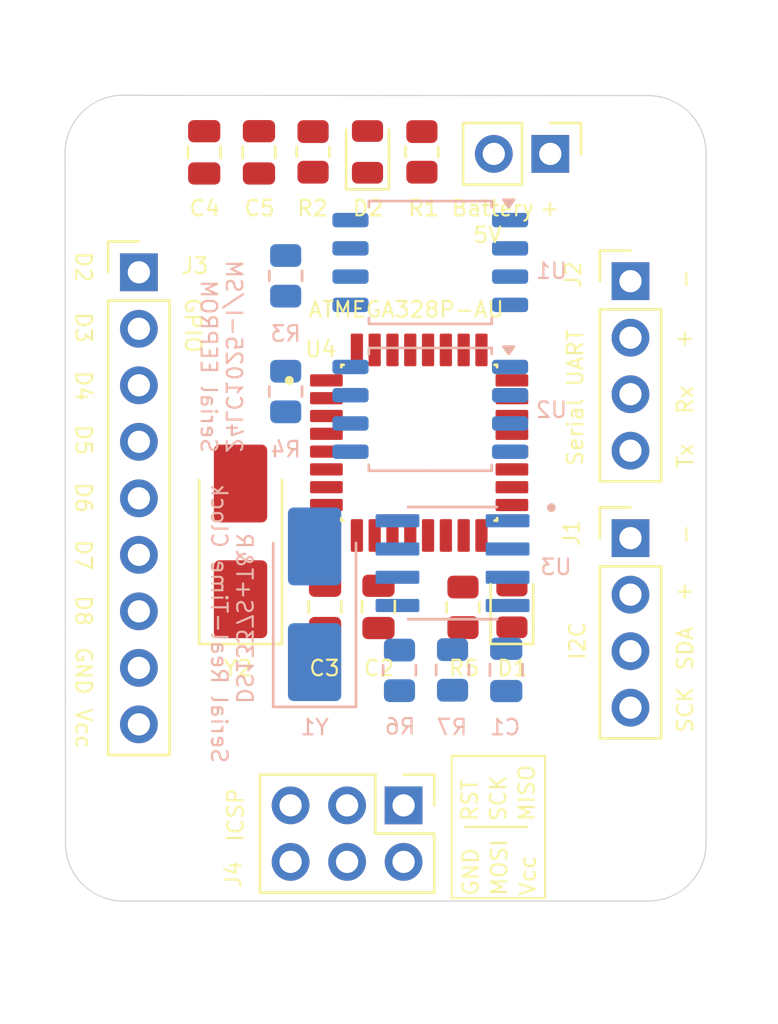
<source format=kicad_pcb>
(kicad_pcb (version 20241229) (generator "pcbnew") (generator_version "9.0")
  (title_block (title "${project_name}") (date "2025-11-29") (rev "V 1.0") (company "Evan Stewart ") (comment 1 "2 Layer PCB Version"))
  (layers (0 "F.Cu" mixed) (4 "In1.Cu" signal) (6 "In2.Cu" signal) (2 "B.Cu" mixed) (13 "F.Paste" user) (15 "B.Paste" user) (5 "F.SilkS" user "F.Silkscreen") (7 "B.SilkS" user "B.Silkscreen") (1 "F.Mask" user) (3 "B.Mask" user) (25 "Edge.Cuts" user))
  (property "project_name" "MCU Datalogger with memory and clock")
  (net 0 "")
  (net 1 "GND")
  (net 2 "/Vcc")
  (net 3 "Net-(U4-PB6)")
  (net 4 "Net-(U4-PB7)")
  (net 5 "Net-(U4-AREF)")
  (net 6 "/SCK")
  (net 7 "Net-(D1-K)")
  (net 8 "Net-(D2-K)")
  (net 9 "/SDA")
  (net 10 "/TX")
  (net 11 "/RX")
  (net 12 "/D4")
  (net 13 "/D3")
  (net 14 "/D6")
  (net 15 "/D7")
  (net 16 "/D2")
  (net 17 "/D8")
  (net 18 "/D5")
  (net 19 "/RESET")
  (net 20 "/MISO")
  (net 21 "/MOSI")
  (net 22 "Net-(U3-~{INTA})")
  (net 23 "Net-(U3-SQW{slash}~INT)")
  (net 24 "Net-(U3-X2)")
  (net 25 "Net-(U3-X1)")
  (footprint "MountingHole:MountingHole_2.1mm" (layer "F.Cu") (at 161.4 117.4)
    (property "Reference" "H4" (hide yes))
    (property "Value" "MountingHole")
    (pad "" np_thru_hole circle (at 0 0) (size 2.1 2.1) (drill 2.1) (layers "*.Cu" "*.Mask"))
  )
  (footprint "Connector_PinHeader_2.54mm:PinHeader_2x03_P2.54mm_Vertical" (layer "F.Cu") (at 150.4 115.7 -90)
    (property "Reference" "J4" (at 3.1 7.65 90) (layer "F.SilkS") (effects (font (size 0.7 0.7) (thickness 0.1))))
    (property "Value" "Conn_02x03_Odd_Even")
    (fp_line (start -1.38 6.46) (end 3.92 6.46) (stroke (width 0.12)) (layer "F.SilkS"))
    (fp_line (start -1.38 1.27) (end -1.38 6.46) (stroke (width 0.12)) (layer "F.SilkS"))
    (fp_line (start -1.38 1.27) (end 1.27 1.27) (stroke (width 0.12)) (layer "F.SilkS"))
    (fp_line (start 1.27 1.27) (end 1.27 -1.38) (stroke (width 0.12)) (layer "F.SilkS"))
    (fp_line (start -1.38 0) (end -1.38 -1.38) (stroke (width 0.12)) (layer "F.SilkS"))
    (fp_line (start -1.38 -1.38) (end 0 -1.38) (stroke (width 0.12)) (layer "F.SilkS"))
    (fp_line (start 1.27 -1.38) (end 3.92 -1.38) (stroke (width 0.12)) (layer "F.SilkS"))
    (fp_line (start 3.92 -1.38) (end 3.92 6.46) (stroke (width 0.12)) (layer "F.SilkS"))
    (pad "1" thru_hole rect (at 0 0 270) (size 1.7 1.7) (drill 1) (layers "*.Cu" "*.Mask") (net 20 "/MISO"))
    (pad "2" thru_hole circle (at 2.54 0 270) (size 1.7 1.7) (drill 1) (layers "*.Cu" "*.Mask") (net 2 "/Vcc"))
    (pad "3" thru_hole circle (at 0 2.54 270) (size 1.7 1.7) (drill 1) (layers "*.Cu" "*.Mask") (net 6 "/SCK"))
    (pad "4" thru_hole circle (at 2.54 2.54 270) (size 1.7 1.7) (drill 1) (layers "*.Cu" "*.Mask") (net 21 "/MOSI"))
    (pad "5" thru_hole circle (at 0 5.08 270) (size 1.7 1.7) (drill 1) (layers "*.Cu" "*.Mask") (net 19 "/RESET"))
    (pad "6" thru_hole circle (at 2.54 5.08 270) (size 1.7 1.7) (drill 1) (layers "*.Cu" "*.Mask") (net 1 "GND"))
  )
  (footprint "Capacitor_SMD:C_0805_2012Metric" (layer "F.Cu") (at 146.87 106.78 -90)
    (property "Reference" "C3" (at 2.755 0.025 180) (layer "F.SilkS") (effects (font (size 0.7 0.7) (thickness 0.1))))
    (property "Value" "22pF")
    (fp_line (start -0.261252 0.735) (end 0.261252 0.735) (stroke (width 0.12)) (layer "F.SilkS"))
    (fp_line (start -0.261252 -0.735) (end 0.261252 -0.735) (stroke (width 0.12)) (layer "F.SilkS"))
    (pad "1" smd roundrect (at -0.95 0 270) (size 1 1.45) (layers "F.Cu" "F.Mask" "F.Paste") (net 4 "Net-(U4-PB7)"))
    (pad "2" smd roundrect (at 0.95 0 270) (size 1 1.45) (layers "F.Cu" "F.Mask" "F.Paste") (net 1 "GND"))
  )
  (footprint "Crystal:Crystal_SMD_5032-2Pin_5.0x3.2mm_HandSoldering" (layer "F.Cu") (at 143.07 103.835 90)
    (property "Reference" "Y2" (at -5.7 -0.12 180) (layer "F.SilkS") (effects (font (size 0.7 0.7) (thickness 0.1))))
    (property "Value" "16 MHz")
    (fp_line (start 2.76 -1.86) (end -4.61 -1.86) (stroke (width 0.12)) (layer "F.SilkS"))
    (fp_line (start -4.61 -1.86) (end -4.61 1.86) (stroke (width 0.12)) (layer "F.SilkS"))
    (fp_line (start -4.61 1.86) (end 2.76 1.86) (stroke (width 0.12)) (layer "F.SilkS"))
    (pad "1" smd roundrect (at -2.6 0 90) (size 3.5 2.4) (layers "F.Cu" "F.Mask" "F.Paste") (roundrect_rratio 0.104167) (net 4 "Net-(U4-PB7)"))
    (pad "2" smd roundrect (at 2.6 0 90) (size 3.5 2.4) (layers "F.Cu" "F.Mask" "F.Paste") (roundrect_rratio 0.104167) (net 3 "Net-(U4-PB6)"))
  )
  (footprint "Connector_PinHeader_2.54mm:PinHeader_1x09_P2.54mm_Vertical" (layer "F.Cu") (at 138.5 91.74)
    (property "Reference" "J3" (at 2.525 -0.29 0) (layer "F.SilkS") (effects (font (size 0.7 0.7) (thickness 0.1))))
    (property "Value" "Conn_01x09_Pin")
    (fp_line (start -1.38 -1.38) (end 0 -1.38) (stroke (width 0.12)) (layer "F.SilkS"))
    (fp_line (start -1.38 0) (end -1.38 -1.38) (stroke (width 0.12)) (layer "F.SilkS"))
    (fp_line (start -1.38 1.27) (end -1.38 21.7) (stroke (width 0.12)) (layer "F.SilkS"))
    (fp_line (start -1.38 1.27) (end 1.38 1.27) (stroke (width 0.12)) (layer "F.SilkS"))
    (fp_line (start -1.38 21.7) (end 1.38 21.7) (stroke (width 0.12)) (layer "F.SilkS"))
    (fp_line (start 1.38 1.27) (end 1.38 21.7) (stroke (width 0.12)) (layer "F.SilkS"))
    (pad "1" thru_hole rect (at 0 0) (size 1.7 1.7) (drill 1) (layers "*.Cu" "*.Mask") (net 16 "/D2"))
    (pad "2" thru_hole circle (at 0 2.54) (size 1.7 1.7) (drill 1) (layers "*.Cu" "*.Mask") (net 13 "/D3"))
    (pad "3" thru_hole circle (at 0 5.08) (size 1.7 1.7) (drill 1) (layers "*.Cu" "*.Mask") (net 12 "/D4"))
    (pad "4" thru_hole circle (at 0 7.62) (size 1.7 1.7) (drill 1) (layers "*.Cu" "*.Mask") (net 18 "/D5"))
    (pad "5" thru_hole circle (at 0 10.16) (size 1.7 1.7) (drill 1) (layers "*.Cu" "*.Mask") (net 14 "/D6"))
    (pad "6" thru_hole circle (at 0 12.7) (size 1.7 1.7) (drill 1) (layers "*.Cu" "*.Mask") (net 15 "/D7"))
    (pad "7" thru_hole circle (at 0 15.24) (size 1.7 1.7) (drill 1) (layers "*.Cu" "*.Mask") (net 17 "/D8"))
    (pad "8" thru_hole circle (at 0 17.78) (size 1.7 1.7) (drill 1) (layers "*.Cu" "*.Mask") (net 1 "GND"))
    (pad "9" thru_hole circle (at 0 20.32) (size 1.7 1.7) (drill 1) (layers "*.Cu" "*.Mask") (net 2 "/Vcc"))
  )
  (footprint "MountingHole:MountingHole_2.1mm" (layer "F.Cu") (at 137.8 117.4)
    (property "Reference" "H3" (hide yes))
    (property "Value" "MountingHole")
    (pad "" np_thru_hole circle (at 0 0) (size 2.1 2.1) (drill 2.1) (layers "*.Cu" "*.Mask"))
  )
  (footprint "Footprints:QFP80P900X900X120-32N" (layer "F.Cu") (at 151.1 99.4)
    (property "Reference" "U4" (at -4.425 -4.2 0) (layer "F.SilkS") (effects (font (size 0.7 0.7) (thickness 0.1))))
    (property "Value" "ATMEGA328P-AU")
    (fp_line (start -3.5 -3.5) (end -3.5 -3.395) (stroke (width 0.127)) (layer "F.SilkS"))
    (fp_line (start -3.5 -3.5) (end -3.395 -3.5) (stroke (width 0.127)) (layer "F.SilkS"))
    (fp_line (start -3.5 3.5) (end -3.5 3.395) (stroke (width 0.127)) (layer "F.SilkS"))
    (fp_line (start -3.5 3.5) (end -3.395 3.5) (stroke (width 0.127)) (layer "F.SilkS"))
    (fp_line (start 3.5 -3.5) (end 3.395 -3.5) (stroke (width 0.127)) (layer "F.SilkS"))
    (fp_line (start 3.5 -3.5) (end 3.5 -3.395) (stroke (width 0.127)) (layer "F.SilkS"))
    (fp_line (start 3.5 3.5) (end 3.395 3.5) (stroke (width 0.127)) (layer "F.SilkS"))
    (fp_line (start 3.5 3.5) (end 3.5 3.395) (stroke (width 0.127)) (layer "F.SilkS"))
    (fp_circle (center -5.84 -2.8) (end -5.74 -2.8) (stroke (width 0.2)) (fill no) (layer "F.SilkS"))
    (pad "1" smd roundrect (at -4.17 -2.8) (size 1.47 0.55) (layers "F.Cu" "F.Mask" "F.Paste") (roundrect_rratio 0.125) (net 13 "/D3"))
    (pad "2" smd roundrect (at -4.17 -2) (size 1.47 0.55) (layers "F.Cu" "F.Mask" "F.Paste") (roundrect_rratio 0.125) (net 12 "/D4"))
    (pad "3" smd roundrect (at -4.17 -1.2) (size 1.47 0.55) (layers "F.Cu" "F.Mask" "F.Paste") (roundrect_rratio 0.125) (net 1 "GND"))
    (pad "4" smd roundrect (at -4.17 -0.4) (size 1.47 0.55) (layers "F.Cu" "F.Mask" "F.Paste") (roundrect_rratio 0.125) (net 2 "/Vcc"))
    (pad "5" smd roundrect (at -4.17 0.4) (size 1.47 0.55) (layers "F.Cu" "F.Mask" "F.Paste") (roundrect_rratio 0.125) (net 1 "GND"))
    (pad "6" smd roundrect (at -4.17 1.2) (size 1.47 0.55) (layers "F.Cu" "F.Mask" "F.Paste") (roundrect_rratio 0.125))
    (pad "7" smd roundrect (at -4.17 2) (size 1.47 0.55) (layers "F.Cu" "F.Mask" "F.Paste") (roundrect_rratio 0.125) (net 3 "Net-(U4-PB6)"))
    (pad "8" smd roundrect (at -4.17 2.8) (size 1.47 0.55) (layers "F.Cu" "F.Mask" "F.Paste") (roundrect_rratio 0.125) (net 4 "Net-(U4-PB7)"))
    (pad "9" smd roundrect (at -2.8 4.17) (size 0.55 1.47) (layers "F.Cu" "F.Mask" "F.Paste") (roundrect_rratio 0.125) (net 18 "/D5"))
    (pad "10" smd roundrect (at -2 4.17) (size 0.55 1.47) (layers "F.Cu" "F.Mask" "F.Paste") (roundrect_rratio 0.125) (net 14 "/D6"))
    (pad "11" smd roundrect (at -1.2 4.17) (size 0.55 1.47) (layers "F.Cu" "F.Mask" "F.Paste") (roundrect_rratio 0.125) (net 15 "/D7"))
    (pad "12" smd roundrect (at -0.4 4.17) (size 0.55 1.47) (layers "F.Cu" "F.Mask" "F.Paste") (roundrect_rratio 0.125) (net 17 "/D8"))
    (pad "13" smd roundrect (at 0.4 4.17) (size 0.55 1.47) (layers "F.Cu" "F.Mask" "F.Paste") (roundrect_rratio 0.125))
    (pad "14" smd roundrect (at 1.2 4.17) (size 0.55 1.47) (layers "F.Cu" "F.Mask" "F.Paste") (roundrect_rratio 0.125))
    (pad "15" smd roundrect (at 2 4.17) (size 0.55 1.47) (layers "F.Cu" "F.Mask" "F.Paste") (roundrect_rratio 0.125) (net 21 "/MOSI"))
    (pad "16" smd roundrect (at 2.8 4.17) (size 0.55 1.47) (layers "F.Cu" "F.Mask" "F.Paste") (roundrect_rratio 0.125) (net 20 "/MISO"))
    (pad "17" smd roundrect (at 4.17 2.8) (size 1.47 0.55) (layers "F.Cu" "F.Mask" "F.Paste") (roundrect_rratio 0.125) (net 6 "/SCK"))
    (pad "18" smd roundrect (at 4.17 2) (size 1.47 0.55) (layers "F.Cu" "F.Mask" "F.Paste") (roundrect_rratio 0.125) (net 2 "/Vcc"))
    (pad "19" smd roundrect (at 4.17 1.2) (size 1.47 0.55) (layers "F.Cu" "F.Mask" "F.Paste") (roundrect_rratio 0.125))
    (pad "20" smd roundrect (at 4.17 0.4) (size 1.47 0.55) (layers "F.Cu" "F.Mask" "F.Paste") (roundrect_rratio 0.125) (net 5 "Net-(U4-AREF)"))
    (pad "21" smd roundrect (at 4.17 -0.4) (size 1.47 0.55) (layers "F.Cu" "F.Mask" "F.Paste") (roundrect_rratio 0.125) (net 1 "GND"))
    (pad "22" smd roundrect (at 4.17 -1.2) (size 1.47 0.55) (layers "F.Cu" "F.Mask" "F.Paste") (roundrect_rratio 0.125))
    (pad "23" smd roundrect (at 4.17 -2) (size 1.47 0.55) (layers "F.Cu" "F.Mask" "F.Paste") (roundrect_rratio 0.125))
    (pad "24" smd roundrect (at 4.17 -2.8) (size 1.47 0.55) (layers "F.Cu" "F.Mask" "F.Paste") (roundrect_rratio 0.125))
    (pad "25" smd roundrect (at 2.8 -4.17) (size 0.55 1.47) (layers "F.Cu" "F.Mask" "F.Paste") (roundrect_rratio 0.125))
    (pad "26" smd roundrect (at 2 -4.17) (size 0.55 1.47) (layers "F.Cu" "F.Mask" "F.Paste") (roundrect_rratio 0.125))
    (pad "27" smd roundrect (at 1.2 -4.17) (size 0.55 1.47) (layers "F.Cu" "F.Mask" "F.Paste") (roundrect_rratio 0.125) (net 9 "/SDA"))
    (pad "28" smd roundrect (at 0.4 -4.17) (size 0.55 1.47) (layers "F.Cu" "F.Mask" "F.Paste") (roundrect_rratio 0.125) (net 6 "/SCK"))
    (pad "29" smd roundrect (at -0.4 -4.17) (size 0.55 1.47) (layers "F.Cu" "F.Mask" "F.Paste") (roundrect_rratio 0.125) (net 19 "/RESET"))
    (pad "30" smd roundrect (at -1.2 -4.17) (size 0.55 1.47) (layers "F.Cu" "F.Mask" "F.Paste") (roundrect_rratio 0.125) (net 11 "/RX"))
    (pad "31" smd roundrect (at -2 -4.17) (size 0.55 1.47) (layers "F.Cu" "F.Mask" "F.Paste") (roundrect_rratio 0.125) (net 10 "/TX"))
    (pad "32" smd roundrect (at -2.8 -4.17) (size 0.55 1.47) (layers "F.Cu" "F.Mask" "F.Paste") (roundrect_rratio 0.125) (net 16 "/D2"))
  )
  (footprint "Capacitor_SMD:C_0805_2012Metric" (layer "F.Cu") (at 143.898334 86.348531 -90)
    (property "Reference" "C5" (at 2.511469 -0.025 0) (layer "F.SilkS") (effects (font (size 0.7 0.7) (thickness 0.1))))
    (property "Value" "100nF")
    (fp_line (start -0.261252 0.735) (end 0.261252 0.735) (stroke (width 0.12)) (layer "F.SilkS"))
    (fp_line (start -0.261252 -0.735) (end 0.261252 -0.735) (stroke (width 0.12)) (layer "F.SilkS"))
    (pad "1" smd roundrect (at -0.95 0 270) (size 1 1.45) (layers "F.Cu" "F.Mask" "F.Paste") (net 2 "/Vcc"))
    (pad "2" smd roundrect (at 0.95 0 270) (size 1 1.45) (layers "F.Cu" "F.Mask" "F.Paste") (net 1 "GND"))
  )
  (footprint "Connector_PinHeader_2.54mm:PinHeader_1x04_P2.54mm_Vertical" (layer "F.Cu") (at 160.6 92.14)
    (property "Reference" "J2" (at -2.575 -0.29 90) (layer "F.SilkS") (effects (font (size 0.7 0.7) (thickness 0.1))))
    (property "Value" "Conn_01x04_Pin")
    (fp_line (start -1.38 -1.38) (end 0 -1.38) (stroke (width 0.12)) (layer "F.SilkS"))
    (fp_line (start -1.38 0) (end -1.38 -1.38) (stroke (width 0.12)) (layer "F.SilkS"))
    (fp_line (start -1.38 1.27) (end -1.38 9) (stroke (width 0.12)) (layer "F.SilkS"))
    (fp_line (start -1.38 1.27) (end 1.38 1.27) (stroke (width 0.12)) (layer "F.SilkS"))
    (fp_line (start -1.38 9) (end 1.38 9) (stroke (width 0.12)) (layer "F.SilkS"))
    (fp_line (start 1.38 1.27) (end 1.38 9) (stroke (width 0.12)) (layer "F.SilkS"))
    (pad "1" thru_hole rect (at 0 0) (size 1.7 1.7) (drill 1) (layers "*.Cu" "*.Mask") (net 1 "GND"))
    (pad "2" thru_hole circle (at 0 2.54) (size 1.7 1.7) (drill 1) (layers "*.Cu" "*.Mask") (net 2 "/Vcc"))
    (pad "3" thru_hole circle (at 0 5.08) (size 1.7 1.7) (drill 1) (layers "*.Cu" "*.Mask") (net 11 "/RX"))
    (pad "4" thru_hole circle (at 0 7.62) (size 1.7 1.7) (drill 1) (layers "*.Cu" "*.Mask") (net 10 "/TX"))
  )
  (footprint "Connector_PinHeader_2.54mm:PinHeader_1x04_P2.54mm_Vertical" (layer "F.Cu") (at 160.6 103.69)
    (property "Reference" "J1" (at -2.64775 -0.24 90) (layer "F.SilkS") (effects (font (size 0.7 0.7) (thickness 0.1))))
    (property "Value" "Conn_01x04_Pin")
    (fp_line (start -1.38 -1.38) (end 0 -1.38) (stroke (width 0.12)) (layer "F.SilkS"))
    (fp_line (start -1.38 0) (end -1.38 -1.38) (stroke (width 0.12)) (layer "F.SilkS"))
    (fp_line (start -1.38 1.27) (end -1.38 9) (stroke (width 0.12)) (layer "F.SilkS"))
    (fp_line (start -1.38 1.27) (end 1.38 1.27) (stroke (width 0.12)) (layer "F.SilkS"))
    (fp_line (start -1.38 9) (end 1.38 9) (stroke (width 0.12)) (layer "F.SilkS"))
    (fp_line (start 1.38 1.27) (end 1.38 9) (stroke (width 0.12)) (layer "F.SilkS"))
    (pad "1" thru_hole rect (at 0 0) (size 1.7 1.7) (drill 1) (layers "*.Cu" "*.Mask") (net 1 "GND"))
    (pad "2" thru_hole circle (at 0 2.54) (size 1.7 1.7) (drill 1) (layers "*.Cu" "*.Mask") (net 2 "/Vcc"))
    (pad "3" thru_hole circle (at 0 5.08) (size 1.7 1.7) (drill 1) (layers "*.Cu" "*.Mask") (net 9 "/SDA"))
    (pad "4" thru_hole circle (at 0 7.62) (size 1.7 1.7) (drill 1) (layers "*.Cu" "*.Mask") (net 6 "/SCK"))
  )
  (footprint "Capacitor_SMD:C_0805_2012Metric" (layer "F.Cu") (at 149.27 106.78 -90)
    (property "Reference" "C2" (at 2.755 -0.025 180) (layer "F.SilkS") (effects (font (size 0.7 0.7) (thickness 0.1))))
    (property "Value" "22pF")
    (fp_line (start -0.261252 0.735) (end 0.261252 0.735) (stroke (width 0.12)) (layer "F.SilkS"))
    (fp_line (start -0.261252 -0.735) (end 0.261252 -0.735) (stroke (width 0.12)) (layer "F.SilkS"))
    (pad "1" smd roundrect (at -0.95 0 270) (size 1 1.45) (layers "F.Cu" "F.Mask" "F.Paste") (net 3 "Net-(U4-PB6)"))
    (pad "2" smd roundrect (at 0.95 0 270) (size 1 1.45) (layers "F.Cu" "F.Mask" "F.Paste") (net 1 "GND"))
  )
  (footprint "Capacitor_SMD:C_0805_2012Metric" (layer "F.Cu") (at 141.436667 86.348531 90)
    (property "Reference" "C4" (at -2.511469 0.025 0) (layer "F.SilkS") (effects (font (size 0.7 0.7) (thickness 0.1))))
    (property "Value" "0.1uF")
    (fp_line (start -0.261252 -0.735) (end 0.261252 -0.735) (stroke (width 0.12)) (layer "F.SilkS"))
    (fp_line (start -0.261252 0.735) (end 0.261252 0.735) (stroke (width 0.12)) (layer "F.SilkS"))
    (pad "1" smd roundrect (at -0.95 0 90) (size 1 1.45) (layers "F.Cu" "F.Mask" "F.Paste") (net 5 "Net-(U4-AREF)"))
    (pad "2" smd roundrect (at 0.95 0 90) (size 1 1.45) (layers "F.Cu" "F.Mask" "F.Paste") (net 1 "GND"))
  )
  (footprint "Resistor_SMD:R_0805_2012Metric" (layer "F.Cu") (at 151.223333 86.328531 90)
    (property "Reference" "R1" (at -2.531469 0.075 0) (layer "F.SilkS") (effects (font (size 0.7 0.7) (thickness 0.1))))
    (property "Value" "330")
    (fp_line (start -0.227064 -0.735) (end 0.227064 -0.735) (stroke (width 0.12)) (layer "F.SilkS"))
    (fp_line (start -0.227064 0.735) (end 0.227064 0.735) (stroke (width 0.12)) (layer "F.SilkS"))
    (pad "1" smd roundrect (at -0.9125 0 90) (size 1.025 1.4) (layers "F.Cu" "F.Mask" "F.Paste") (roundrect_rratio 0.243902) (net 8 "Net-(D2-K)"))
    (pad "2" smd roundrect (at 0.9125 0 90) (size 1.025 1.4) (layers "F.Cu" "F.Mask" "F.Paste") (roundrect_rratio 0.243902) (net 1 "GND"))
  )
  (footprint "Resistor_SMD:R_0805_2012Metric" (layer "F.Cu") (at 153.07 106.8 -90)
    (property "Reference" "R5" (at 2.735 -0.05 180) (layer "F.SilkS") (effects (font (size 0.7 0.7) (thickness 0.1))))
    (property "Value" "330")
    (fp_line (start -0.227064 0.735) (end 0.227064 0.735) (stroke (width 0.12)) (layer "F.SilkS"))
    (fp_line (start -0.227064 -0.735) (end 0.227064 -0.735) (stroke (width 0.12)) (layer "F.SilkS"))
    (pad "1" smd roundrect (at -0.9125 0 270) (size 1.025 1.4) (layers "F.Cu" "F.Mask" "F.Paste") (roundrect_rratio 0.243902) (net 1 "GND"))
    (pad "2" smd roundrect (at 0.9125 0 270) (size 1.025 1.4) (layers "F.Cu" "F.Mask" "F.Paste") (roundrect_rratio 0.243902) (net 7 "Net-(D1-K)"))
  )
  (footprint "LED_SMD:LED_0805_2012Metric" (layer "F.Cu") (at 155.27 106.76 90)
    (property "Reference" "D1" (at -2.775 0.025 180) (layer "F.SilkS") (effects (font (size 0.7 0.7) (thickness 0.1))))
    (property "Value" "LED")
    (fp_line (start 1 -0.96) (end -1.685 -0.96) (stroke (width 0.12)) (layer "F.SilkS"))
    (fp_line (start -1.685 -0.96) (end -1.685 0.96) (stroke (width 0.12)) (layer "F.SilkS"))
    (fp_line (start -1.685 0.96) (end 1 0.96) (stroke (width 0.12)) (layer "F.SilkS"))
    (pad "1" smd roundrect (at -0.9375 0 90) (size 0.975 1.4) (layers "F.Cu" "F.Mask" "F.Paste") (net 7 "Net-(D1-K)"))
    (pad "2" smd roundrect (at 0.9375 0 90) (size 0.975 1.4) (layers "F.Cu" "F.Mask" "F.Paste") (net 6 "/SCK"))
  )
  (footprint "LED_SMD:LED_0805_2012Metric" (layer "F.Cu") (at 148.776667 86.328531 90)
    (property "Reference" "D2" (at -2.531469 0.025 0) (layer "F.SilkS") (effects (font (size 0.7 0.7) (thickness 0.1))))
    (property "Value" "LED")
    (fp_line (start 1 -0.96) (end -1.685 -0.96) (stroke (width 0.12)) (layer "F.SilkS"))
    (fp_line (start -1.685 -0.96) (end -1.685 0.96) (stroke (width 0.12)) (layer "F.SilkS"))
    (fp_line (start -1.685 0.96) (end 1 0.96) (stroke (width 0.12)) (layer "F.SilkS"))
    (pad "1" smd roundrect (at -0.9375 0 90) (size 0.975 1.4) (layers "F.Cu" "F.Mask" "F.Paste") (net 8 "Net-(D2-K)"))
    (pad "2" smd roundrect (at 0.9375 0 90) (size 0.975 1.4) (layers "F.Cu" "F.Mask" "F.Paste") (net 2 "/Vcc"))
  )
  (footprint "MountingHole:MountingHole_2.1mm" (layer "F.Cu") (at 137.8 86.4)
    (property "Reference" "H1" (hide yes))
    (property "Value" "MountingHole")
    (pad "" np_thru_hole circle (at 0 0) (size 2.1 2.1) (drill 2.1) (layers "*.Cu" "*.Mask"))
  )
  (footprint "Resistor_SMD:R_0805_2012Metric" (layer "F.Cu") (at 146.33 86.328531 -90)
    (property "Reference" "R2" (at 2.531469 0.025 0) (layer "F.SilkS") (effects (font (size 0.7 0.7) (thickness 0.1))))
    (property "Value" "10K")
    (fp_line (start -0.227064 0.735) (end 0.227064 0.735) (stroke (width 0.12)) (layer "F.SilkS"))
    (fp_line (start -0.227064 -0.735) (end 0.227064 -0.735) (stroke (width 0.12)) (layer "F.SilkS"))
    (pad "1" smd roundrect (at -0.9125 0 270) (size 1.025 1.4) (layers "F.Cu" "F.Mask" "F.Paste") (roundrect_rratio 0.243902) (net 2 "/Vcc"))
    (pad "2" smd roundrect (at 0.9125 0 270) (size 1.025 1.4) (layers "F.Cu" "F.Mask" "F.Paste") (roundrect_rratio 0.243902) (net 19 "/RESET"))
  )
  (footprint "Connector_PinHeader_2.54mm:PinHeader_1x02_P2.54mm_Vertical" (layer "F.Cu") (at 156.995 86.418531 -90)
    (property "Reference" "BT1" (hide yes))
    (property "Value" "Battery")
    (fp_line (start -1.38 3.92) (end 1.38 3.92) (stroke (width 0.12)) (layer "F.SilkS"))
    (fp_line (start -1.38 1.27) (end -1.38 3.92) (stroke (width 0.12)) (layer "F.SilkS"))
    (fp_line (start -1.38 1.27) (end 1.38 1.27) (stroke (width 0.12)) (layer "F.SilkS"))
    (fp_line (start 1.38 1.27) (end 1.38 3.92) (stroke (width 0.12)) (layer "F.SilkS"))
    (fp_line (start -1.38 0) (end -1.38 -1.38) (stroke (width 0.12)) (layer "F.SilkS"))
    (fp_line (start -1.38 -1.38) (end 0 -1.38) (stroke (width 0.12)) (layer "F.SilkS"))
    (pad "1" thru_hole rect (at 0 0 270) (size 1.7 1.7) (drill 1) (layers "*.Cu" "*.Mask") (net 2 "/Vcc"))
    (pad "2" thru_hole circle (at 0 2.54 270) (size 1.7 1.7) (drill 1) (layers "*.Cu" "*.Mask") (net 1 "GND"))
  )
  (footprint "MountingHole:MountingHole_2.1mm" (layer "F.Cu") (at 161.4 86.4)
    (property "Reference" "H2" (hide yes))
    (property "Value" "MountingHole")
    (pad "" np_thru_hole circle (at 0 0) (size 2.1 2.1) (drill 2.1) (layers "*.Cu" "*.Mask"))
  )
  (footprint "Footprints:SOIC127P600X175-8N" (layer "B.Cu") (at 152.6 104.8125 180)
    (property "Reference" "U3" (at -4.65 -0.175 0) (layer "B.SilkS") (effects (font (size 0.7 0.7) (thickness 0.1)) (justify mirror)))
    (property "Value" "DS1337S_")
    (fp_line (start -2 2.52) (end 2 2.52) (stroke (width 0.127)) (layer "B.SilkS"))
    (fp_line (start -2 -2.52) (end 2 -2.52) (stroke (width 0.127)) (layer "B.SilkS"))
    (fp_circle (center -4.445 2.495) (end -4.345 2.495) (stroke (width 0.2)) (fill no) (layer "B.SilkS"))
    (pad "1" smd roundrect (at -2.475 1.905 180) (size 1.97 0.59) (layers "B.Cu" "B.Mask" "B.Paste") (roundrect_rratio 0.125) (net 25 "Net-(U3-X1)"))
    (pad "2" smd roundrect (at -2.475 0.635 180) (size 1.97 0.59) (layers "B.Cu" "B.Mask" "B.Paste") (roundrect_rratio 0.125) (net 24 "Net-(U3-X2)"))
    (pad "3" smd roundrect (at -2.475 -0.635 180) (size 1.97 0.59) (layers "B.Cu" "B.Mask" "B.Paste") (roundrect_rratio 0.125) (net 22 "Net-(U3-~{INTA})"))
    (pad "4" smd roundrect (at -2.475 -1.905 180) (size 1.97 0.59) (layers "B.Cu" "B.Mask" "B.Paste") (roundrect_rratio 0.125) (net 1 "GND"))
    (pad "5" smd roundrect (at 2.475 -1.905 180) (size 1.97 0.59) (layers "B.Cu" "B.Mask" "B.Paste") (roundrect_rratio 0.125) (net 9 "/SDA"))
    (pad "6" smd roundrect (at 2.475 -0.635 180) (size 1.97 0.59) (layers "B.Cu" "B.Mask" "B.Paste") (roundrect_rratio 0.125) (net 6 "/SCK"))
    (pad "7" smd roundrect (at 2.475 0.635 180) (size 1.97 0.59) (layers "B.Cu" "B.Mask" "B.Paste") (roundrect_rratio 0.125) (net 23 "Net-(U3-SQW{slash}~INT)"))
    (pad "8" smd roundrect (at 2.475 1.905 180) (size 1.97 0.59) (layers "B.Cu" "B.Mask" "B.Paste") (roundrect_rratio 0.125) (net 2 "/Vcc"))
  )
  (footprint "Crystal:Crystal_SMD_5032-2Pin_5.0x3.2mm_HandSoldering" (layer "B.Cu") (at 146.4 106.6625 90)
    (property "Reference" "Y1" (at -5.525 0 0) (layer "B.SilkS") (effects (font (size 0.7 0.7) (thickness 0.1)) (justify mirror)))
    (property "Value" "32.768 KHz")
    (fp_line (start -4.61 -1.86) (end 2.76 -1.86) (stroke (width 0.12)) (layer "B.SilkS"))
    (fp_line (start 2.76 1.86) (end -4.61 1.86) (stroke (width 0.12)) (layer "B.SilkS"))
    (fp_line (start -4.61 1.86) (end -4.61 -1.86) (stroke (width 0.12)) (layer "B.SilkS"))
    (pad "1" smd roundrect (at -2.6 0 90) (size 3.5 2.4) (layers "B.Cu" "B.Mask" "B.Paste") (roundrect_rratio 0.104167) (net 24 "Net-(U3-X2)"))
    (pad "2" smd roundrect (at 2.6 0 90) (size 3.5 2.4) (layers "B.Cu" "B.Mask" "B.Paste") (roundrect_rratio 0.104167) (net 25 "Net-(U3-X1)"))
  )
  (footprint "Resistor_SMD:R_0805_2012Metric" (layer "B.Cu") (at 152.6 109.6125 90)
    (property "Reference" "R7" (at -2.575 -0.025 0) (layer "B.SilkS") (effects (font (size 0.7 0.7) (thickness 0.1)) (justify mirror)))
    (property "Value" "10K")
    (fp_line (start -0.227064 -0.735) (end 0.227064 -0.735) (stroke (width 0.12)) (layer "B.SilkS"))
    (fp_line (start -0.227064 0.735) (end 0.227064 0.735) (stroke (width 0.12)) (layer "B.SilkS"))
    (pad "1" smd roundrect (at -0.9125 0 90) (size 1.025 1.4) (layers "B.Cu" "B.Mask" "B.Paste") (roundrect_rratio 0.243902) (net 2 "/Vcc"))
    (pad "2" smd roundrect (at 0.9125 0 90) (size 1.025 1.4) (layers "B.Cu" "B.Mask" "B.Paste") (roundrect_rratio 0.243902) (net 23 "Net-(U3-SQW{slash}~INT)"))
  )
  (footprint "Resistor_SMD:R_0805_2012Metric" (layer "B.Cu") (at 145.1 91.9 90)
    (property "Reference" "R3" (at -2.6 0 0) (layer "B.SilkS") (effects (font (size 0.7 0.7) (thickness 0.1)) (justify mirror)))
    (property "Value" "4.7K")
    (fp_line (start -0.227064 -0.735) (end 0.227064 -0.735) (stroke (width 0.12)) (layer "B.SilkS"))
    (fp_line (start -0.227064 0.735) (end 0.227064 0.735) (stroke (width 0.12)) (layer "B.SilkS"))
    (pad "1" smd roundrect (at -0.9125 0 90) (size 1.025 1.4) (layers "B.Cu" "B.Mask" "B.Paste") (roundrect_rratio 0.243902) (net 2 "/Vcc"))
    (pad "2" smd roundrect (at 0.9125 0 90) (size 1.025 1.4) (layers "B.Cu" "B.Mask" "B.Paste") (roundrect_rratio 0.243902) (net 6 "/SCK"))
  )
  (footprint "Resistor_SMD:R_0805_2012Metric" (layer "B.Cu") (at 150.215 109.6325 90)
    (property "Reference" "R6" (at -2.525 0.025 0) (layer "B.SilkS") (effects (font (size 0.7 0.7) (thickness 0.1)) (justify mirror)))
    (property "Value" "10K")
    (fp_line (start -0.227064 -0.735) (end 0.227064 -0.735) (stroke (width 0.12)) (layer "B.SilkS"))
    (fp_line (start -0.227064 0.735) (end 0.227064 0.735) (stroke (width 0.12)) (layer "B.SilkS"))
    (pad "1" smd roundrect (at -0.9125 0 90) (size 1.025 1.4) (layers "B.Cu" "B.Mask" "B.Paste") (roundrect_rratio 0.243902) (net 2 "/Vcc"))
    (pad "2" smd roundrect (at 0.9125 0 90) (size 1.025 1.4) (layers "B.Cu" "B.Mask" "B.Paste") (roundrect_rratio 0.243902) (net 22 "Net-(U3-~{INTA})"))
  )
  (footprint "Capacitor_SMD:C_0805_2012Metric" (layer "B.Cu") (at 155.015 109.6125 90)
    (property "Reference" "C1" (at -2.575 -0.05 0) (layer "B.SilkS") (effects (font (size 0.7 0.7) (thickness 0.1)) (justify mirror)))
    (property "Value" "0.1uF")
    (fp_line (start -0.261252 -0.735) (end 0.261252 -0.735) (stroke (width 0.12)) (layer "B.SilkS"))
    (fp_line (start -0.261252 0.735) (end 0.261252 0.735) (stroke (width 0.12)) (layer "B.SilkS"))
    (pad "1" smd roundrect (at -0.95 0 90) (size 1 1.45) (layers "B.Cu" "B.Mask" "B.Paste") (net 2 "/Vcc"))
    (pad "2" smd roundrect (at 0.95 0 90) (size 1 1.45) (layers "B.Cu" "B.Mask" "B.Paste") (net 1 "GND"))
  )
  (footprint "Package_SO:SOIC-8_5.3x5.3mm_P1.27mm" (layer "B.Cu") (at 151.6 91.3 180)
    (property "Reference" "U1" (at -5.45 -0.372936 0) (layer "B.SilkS") (effects (font (size 0.7 0.7) (thickness 0.1)) (justify mirror)))
    (property "Value" "24LC1025")
    (fp_line (start 2.76 2.76) (end 2.76 2.49) (stroke (width 0.12)) (layer "B.SilkS"))
    (fp_line (start 2.76 -2.76) (end 2.76 -2.49) (stroke (width 0.12)) (layer "B.SilkS"))
    (fp_line (start 0 2.76) (end 2.76 2.76) (stroke (width 0.12)) (layer "B.SilkS"))
    (fp_line (start 0 2.76) (end -2.76 2.76) (stroke (width 0.12)) (layer "B.SilkS"))
    (fp_line (start 0 -2.76) (end 2.76 -2.76) (stroke (width 0.12)) (layer "B.SilkS"))
    (fp_line (start 0 -2.76) (end -2.76 -2.76) (stroke (width 0.12)) (layer "B.SilkS"))
    (fp_line (start -2.76 2.76) (end -2.76 2.49) (stroke (width 0.12)) (layer "B.SilkS"))
    (fp_line (start -2.76 -2.76) (end -2.76 -2.49) (stroke (width 0.12)) (layer "B.SilkS"))
    (fp_poly (pts (xy -3.525 2.49) (xy -3.765 2.82) (xy -3.285 2.82)) (stroke (width 0.12)) (fill yes) (layer "B.SilkS"))
    (pad "1" smd roundrect (at -3.5875 1.905 180) (size 1.625 0.65) (layers "B.Cu" "B.Mask" "B.Paste") (net 2 "/Vcc"))
    (pad "2" smd roundrect (at -3.5875 0.635 180) (size 1.625 0.65) (layers "B.Cu" "B.Mask" "B.Paste") (net 2 "/Vcc"))
    (pad "3" smd roundrect (at -3.5875 -0.635 180) (size 1.625 0.65) (layers "B.Cu" "B.Mask" "B.Paste") (net 2 "/Vcc"))
    (pad "4" smd roundrect (at -3.5875 -1.905 180) (size 1.625 0.65) (layers "B.Cu" "B.Mask" "B.Paste") (net 1 "GND"))
    (pad "5" smd roundrect (at 3.5875 -1.905 180) (size 1.625 0.65) (layers "B.Cu" "B.Mask" "B.Paste") (net 9 "/SDA"))
    (pad "6" smd roundrect (at 3.5875 -0.635 180) (size 1.625 0.65) (layers "B.Cu" "B.Mask" "B.Paste") (net 6 "/SCK"))
    (pad "7" smd roundrect (at 3.5875 0.635 180) (size 1.625 0.65) (layers "B.Cu" "B.Mask" "B.Paste") (net 1 "GND"))
    (pad "8" smd roundrect (at 3.5875 1.905 180) (size 1.625 0.65) (layers "B.Cu" "B.Mask" "B.Paste") (net 2 "/Vcc"))
  )
  (footprint "Resistor_SMD:R_0805_2012Metric" (layer "B.Cu") (at 145.1 97.1 90)
    (property "Reference" "R4" (at -2.6 0 0) (layer "B.SilkS") (effects (font (size 0.7 0.7) (thickness 0.1)) (justify mirror)))
    (property "Value" "4.7K")
    (fp_line (start -0.227064 -0.735) (end 0.227064 -0.735) (stroke (width 0.12)) (layer "B.SilkS"))
    (fp_line (start -0.227064 0.735) (end 0.227064 0.735) (stroke (width 0.12)) (layer "B.SilkS"))
    (pad "1" smd roundrect (at -0.9125 0 90) (size 1.025 1.4) (layers "B.Cu" "B.Mask" "B.Paste") (roundrect_rratio 0.243902) (net 2 "/Vcc"))
    (pad "2" smd roundrect (at 0.9125 0 90) (size 1.025 1.4) (layers "B.Cu" "B.Mask" "B.Paste") (roundrect_rratio 0.243902) (net 9 "/SDA"))
  )
  (footprint "Package_SO:SOIC-8_5.3x5.3mm_P1.27mm" (layer "B.Cu") (at 151.6 97.9 180)
    (property "Reference" "U2" (at -5.45 -0.025 0) (layer "B.SilkS") (effects (font (size 0.7 0.7) (thickness 0.1)) (justify mirror)))
    (property "Value" "24LC1025")
    (fp_line (start 2.76 2.76) (end 2.76 2.49) (stroke (width 0.12)) (layer "B.SilkS"))
    (fp_line (start 2.76 -2.76) (end 2.76 -2.49) (stroke (width 0.12)) (layer "B.SilkS"))
    (fp_line (start 0 2.76) (end 2.76 2.76) (stroke (width 0.12)) (layer "B.SilkS"))
    (fp_line (start 0 2.76) (end -2.76 2.76) (stroke (width 0.12)) (layer "B.SilkS"))
    (fp_line (start 0 -2.76) (end 2.76 -2.76) (stroke (width 0.12)) (layer "B.SilkS"))
    (fp_line (start 0 -2.76) (end -2.76 -2.76) (stroke (width 0.12)) (layer "B.SilkS"))
    (fp_line (start -2.76 2.76) (end -2.76 2.49) (stroke (width 0.12)) (layer "B.SilkS"))
    (fp_line (start -2.76 -2.76) (end -2.76 -2.49) (stroke (width 0.12)) (layer "B.SilkS"))
    (fp_poly (pts (xy -3.525 2.49) (xy -3.765 2.82) (xy -3.285 2.82)) (stroke (width 0.12)) (fill yes) (layer "B.SilkS"))
    (pad "1" smd roundrect (at -3.5875 1.905 180) (size 1.625 0.65) (layers "B.Cu" "B.Mask" "B.Paste") (net 2 "/Vcc"))
    (pad "2" smd roundrect (at -3.5875 0.635 180) (size 1.625 0.65) (layers "B.Cu" "B.Mask" "B.Paste") (net 1 "GND"))
    (pad "3" smd roundrect (at -3.5875 -0.635 180) (size 1.625 0.65) (layers "B.Cu" "B.Mask" "B.Paste") (net 2 "/Vcc"))
    (pad "4" smd roundrect (at -3.5875 -1.905 180) (size 1.625 0.65) (layers "B.Cu" "B.Mask" "B.Paste") (net 1 "GND"))
    (pad "5" smd roundrect (at 3.5875 -1.905 180) (size 1.625 0.65) (layers "B.Cu" "B.Mask" "B.Paste") (net 9 "/SDA"))
    (pad "6" smd roundrect (at 3.5875 -0.635 180) (size 1.625 0.65) (layers "B.Cu" "B.Mask" "B.Paste") (net 6 "/SCK"))
    (pad "7" smd roundrect (at 3.5875 0.635 180) (size 1.625 0.65) (layers "B.Cu" "B.Mask" "B.Paste") (net 1 "GND"))
    (pad "8" smd roundrect (at 3.5875 1.905 180) (size 1.625 0.65) (layers "B.Cu" "B.Mask" "B.Paste") (net 2 "/Vcc"))
  )
  (gr_rect (start 152.56 113.475) (end 156.76 119.875) (stroke (width 0.1)) (fill no) (layer "F.SilkS"))
  (gr_line (start 153.16 116.675) (end 155.96 116.675) (stroke (width 0.1)) (layer "F.SilkS"))
  (gr_line (start 161.4 119.998231) (end 137.8 119.999809) (stroke (width 0.05)) (layer "Edge.Cuts"))
  (gr_line (start 164 86.4) (end 163.999999 117.4) (stroke (width 0.05)) (layer "Edge.Cuts"))
  (gr_line (start 137.964244 83.785054) (end 161.4 83.8) (stroke (width 0.05)) (layer "Edge.Cuts"))
  (gr_line (start 135.200191 117.4) (end 135.179901 86.4) (stroke (width 0.05)) (layer "Edge.Cuts"))
  (gr_arc (start 135.179901 86.4) (mid 136.006322 84.490121) (end 137.964251 83.785054) (stroke (width 0.05)) (layer "Edge.Cuts"))
  (gr_arc (start 137.8 119.999809) (mid 135.961657 119.238343) (end 135.200191 117.4) (stroke (width 0.05)) (layer "Edge.Cuts"))
  (gr_arc (start 161.4 83.8) (mid 163.238478 84.561522) (end 164 86.4) (stroke (width 0.05)) (layer "Edge.Cuts"))
  (gr_arc (start 163.999999 117.4) (mid 163.238477 119.238477) (end 161.4 119.999999) (stroke (width 0.05)) (layer "Edge.Cuts"))
  (gr_text "GND" (at 153.83 119.825 90) (layer "F.SilkS") (effects (font (size 0.7 0.7) (thickness 0.1)) (justify left bottom)))
  (gr_text "Tx" (at 163.470607 100.6 90) (layer "F.SilkS") (effects (font (size 0.7 0.7) (thickness 0.1)) (justify left bottom)))
  (gr_text "I2C" (at 158.625 109.225 90) (layer "F.SilkS") (effects (font (size 0.7 0.7) (thickness 0.1)) (justify left bottom)))
  (gr_text "+" (at 162.542274 106.45 0) (layer "F.SilkS") (effects (font (size 0.7 0.7) (thickness 0.1)) (justify left bottom)))
  (gr_text "MISO" (at 156.345 116.475 90) (layer "F.SilkS") (effects (font (size 0.7 0.7) (thickness 0.1)) (justify left bottom)))
  (gr_text "ICSP" (at 143.26 117.4 90) (layer "F.SilkS") (effects (font (size 0.7 0.7) (thickness 0.1)) (justify left bottom)))
  (gr_text "Rx" (at 163.470607 98.175 90) (layer "F.SilkS") (effects (font (size 0.7 0.7) (thickness 0.1)) (justify left bottom)))
  (gr_text "Serial UART" (at 158.525 100.5 90) (layer "F.SilkS") (effects (font (size 0.7 0.7) (thickness 0.1)) (justify left bottom)))
  (gr_text "ATMEGA328P-AU" (at 146.07 93.825 0) (layer "F.SilkS") (effects (font (size 0.7 0.7) (thickness 0.1)) (justify left bottom)))
  (gr_text "MOSI" (at 155.11 119.825 90) (layer "F.SilkS") (effects (font (size 0.7 0.7) (thickness 0.1)) (justify left bottom)))
  (gr_text "+" (at 162.542274 95.093531 0) (layer "F.SilkS") (effects (font (size 0.7 0.7) (thickness 0.1)) (justify left bottom)))
  (gr_text "Vcc" (at 156.39 119.825 90) (layer "F.SilkS") (effects (font (size 0.7 0.7) (thickness 0.1)) (justify left bottom)))
  (gr_text "5V" (at 153.475 90.475 0) (layer "F.SilkS") (effects (font (size 0.7 0.7) (thickness 0.1)) (justify left bottom)))
  (gr_text "SDA" (at 163.470607 109.706469 90) (layer "F.SilkS") (effects (font (size 0.7 0.7) (thickness 0.1)) (justify left bottom)))
  (gr_text "-" (at 163.470607 92.55 90) (layer "F.SilkS") (effects (font (size 0.7 0.7) (thickness 0.1)) (justify left bottom)))
  (gr_text "Vcc" (at 135.6 111.275 270) (layer "F.SilkS") (effects (font (size 0.7 0.7) (thickness 0.1)) (justify left bottom)))
  (gr_text "SCK" (at 163.470607 112.506469 90) (layer "F.SilkS") (effects (font (size 0.7 0.7) (thickness 0.1)) (justify left bottom)))
  (gr_text "Battery" (at 152.5 89.275 0) (layer "F.SilkS") (effects (font (size 0.7 0.7) (thickness 0.1)) (justify left bottom)))
  (gr_text "D7" (at 135.6 103.7 270) (layer "F.SilkS") (effects (font (size 0.7 0.7) (thickness 0.1)) (justify left bottom)))
  (gr_text "RST" (at 153.785 116.475 90) (layer "F.SilkS") (effects (font (size 0.7 0.7) (thickness 0.1)) (justify left bottom)))
  (gr_text "GPIO" (at 140.525 92.825 270) (layer "F.SilkS") (effects (font (size 0.7 0.7) (thickness 0.1)) (justify left bottom)))
  (gr_text "+\n" (at 156.475 89.275 0) (layer "F.SilkS") (effects (font (size 0.7 0.7) (thickness 0.1)) (justify left bottom)))
  (gr_text "D3" (at 135.6 93.475 270) (layer "F.SilkS") (effects (font (size 0.7 0.7) (thickness 0.1)) (justify left bottom)))
  (gr_text "D5" (at 135.6 98.525 270) (layer "F.SilkS") (effects (font (size 0.7 0.7) (thickness 0.1)) (justify left bottom)))
  (gr_text "D2" (at 135.6 90.75 270) (layer "F.SilkS") (effects (font (size 0.7 0.7) (thickness 0.1)) (justify left bottom)))
  (gr_text "-" (at 163.470607 104.006469 90) (layer "F.SilkS") (effects (font (size 0.7 0.7) (thickness 0.1)) (justify left bottom)))
  (gr_text "D8" (at 135.6 106.2 270) (layer "F.SilkS") (effects (font (size 0.7 0.7) (thickness 0.1)) (justify left bottom)))
  (gr_text "GND" (at 135.6 108.525 270) (layer "F.SilkS") (effects (font (size 0.7 0.7) (thickness 0.1)) (justify left bottom)))
  (gr_text "SCK" (at 155.065 116.475 90) (layer "F.SilkS") (effects (font (size 0.7 0.7) (thickness 0.1)) (justify left bottom)))
  (gr_text "D6" (at 135.6 101.125 270) (layer "F.SilkS") (effects (font (size 0.7 0.7) (thickness 0.1)) (justify left bottom)))
  (gr_text "D4" (at 135.6 96.1 270) (layer "F.SilkS") (effects (font (size 0.7 0.7) (thickness 0.1)) (justify left bottom)))
  (gr_text "     DS1337S+T&R\nSerial Real-Time Clock" (at 141.7 113.8625 270) (layer "B.SilkS") (effects (font (size 0.7 0.7) (thickness 0.1)) (justify left bottom mirror)))
  (gr_text "24LC1025-I/SM\nSerial EEPROM" (at 141.23 99.925 270) (layer "B.SilkS") (effects (font (size 0.7 0.7) (thickness 0.1)) (justify left bottom mirror)))
)
</source>
